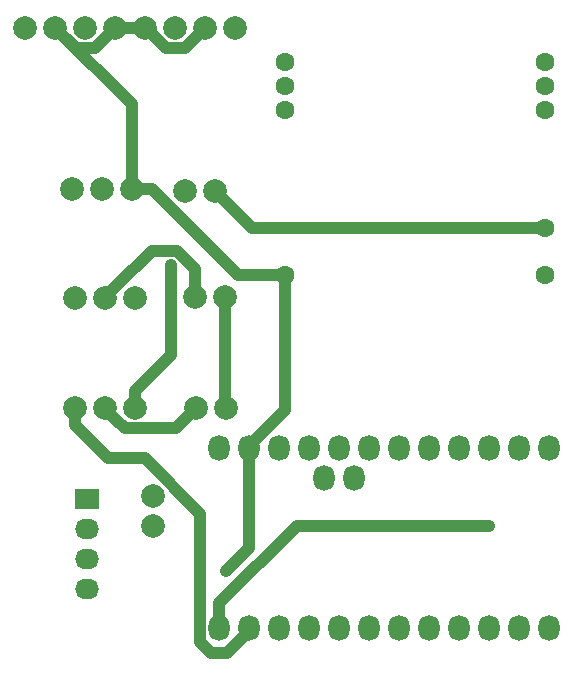
<source format=gbr>
G04 #@! TF.GenerationSoftware,KiCad,Pcbnew,(5.0.2)-1*
G04 #@! TF.CreationDate,2019-04-10T16:45:38+02:00*
G04 #@! TF.ProjectId,V2,56322e6b-6963-4616-945f-706362585858,rev?*
G04 #@! TF.SameCoordinates,Original*
G04 #@! TF.FileFunction,Copper,L2,Bot*
G04 #@! TF.FilePolarity,Positive*
%FSLAX46Y46*%
G04 Gerber Fmt 4.6, Leading zero omitted, Abs format (unit mm)*
G04 Created by KiCad (PCBNEW (5.0.2)-1) date 10/04/2019 16:45:38*
%MOMM*%
%LPD*%
G01*
G04 APERTURE LIST*
G04 #@! TA.AperFunction,ComponentPad*
%ADD10O,1.800000X2.199640*%
G04 #@! TD*
G04 #@! TA.AperFunction,ComponentPad*
%ADD11C,1.600000*%
G04 #@! TD*
G04 #@! TA.AperFunction,ComponentPad*
%ADD12C,2.000000*%
G04 #@! TD*
G04 #@! TA.AperFunction,ComponentPad*
%ADD13R,2.032000X1.727200*%
G04 #@! TD*
G04 #@! TA.AperFunction,ComponentPad*
%ADD14O,2.032000X1.727200*%
G04 #@! TD*
G04 #@! TA.AperFunction,ViaPad*
%ADD15C,1.000000*%
G04 #@! TD*
G04 #@! TA.AperFunction,Conductor*
%ADD16C,1.000000*%
G04 #@! TD*
G04 #@! TA.AperFunction,Conductor*
%ADD17C,0.250000*%
G04 #@! TD*
G04 APERTURE END LIST*
D10*
G04 #@! TO.P,ARDUINO,12*
G04 #@! TO.N,RX_XBEE*
X130302000Y-94132400D03*
G04 #@! TO.P,ARDUINO,11*
G04 #@! TO.N,RX_ARDUINO*
X132842000Y-94132400D03*
G04 #@! TO.P,ARDUINO,10*
G04 #@! TO.N,Net-(U2-Pad10)*
X135382000Y-94132400D03*
G04 #@! TO.P,ARDUINO,9*
G04 #@! TO.N,Net-(U2-Pad9)*
X137922000Y-94132400D03*
G04 #@! TO.P,ARDUINO,8*
G04 #@! TO.N,Net-(U2-Pad8)*
X140462000Y-94132400D03*
G04 #@! TO.P,ARDUINO,7*
G04 #@! TO.N,Net-(U2-Pad7)*
X143002000Y-94132400D03*
G04 #@! TO.P,ARDUINO,6*
G04 #@! TO.N,Net-(U2-Pad6)*
X145542000Y-94132400D03*
G04 #@! TO.P,ARDUINO,5*
G04 #@! TO.N,SENS_DATA*
X148082000Y-94132400D03*
G04 #@! TO.P,ARDUINO,4*
G04 #@! TO.N,Net-(U2-Pad4)*
X150622000Y-94132400D03*
G04 #@! TO.P,ARDUINO,3*
G04 #@! TO.N,Net-(U2-Pad3)*
X153162000Y-94132400D03*
G04 #@! TO.P,ARDUINO,2*
G04 #@! TO.N,Net-(U2-Pad2)*
X155702000Y-94132400D03*
G04 #@! TO.P,ARDUINO,1*
G04 #@! TO.N,Net-(U2-Pad1)*
X158242000Y-94132400D03*
G04 #@! TO.P,ARDUINO,24*
G04 #@! TO.N,Net-(U2-Pad24)*
X158242000Y-78892400D03*
G04 #@! TO.P,ARDUINO,23*
G04 #@! TO.N,Net-(U2-Pad23)*
X155702000Y-78892400D03*
G04 #@! TO.P,ARDUINO,22*
G04 #@! TO.N,Net-(U2-Pad22)*
X153162000Y-78892400D03*
G04 #@! TO.P,ARDUINO,21*
G04 #@! TO.N,Net-(U2-Pad21)*
X150622000Y-78892400D03*
G04 #@! TO.P,ARDUINO,20*
G04 #@! TO.N,Net-(U2-Pad20)*
X148082000Y-78892400D03*
G04 #@! TO.P,ARDUINO,19*
G04 #@! TO.N,Net-(U2-Pad19)*
X145542000Y-78892400D03*
G04 #@! TO.P,ARDUINO,18*
G04 #@! TO.N,Net-(U2-Pad18)*
X143002000Y-78892400D03*
G04 #@! TO.P,ARDUINO,17*
G04 #@! TO.N,Net-(U2-Pad17)*
X140462000Y-78892400D03*
G04 #@! TO.P,ARDUINO,16*
G04 #@! TO.N,3.7V_OUT-T*
X137922000Y-78892400D03*
G04 #@! TO.P,ARDUINO,15*
G04 #@! TO.N,Net-(U2-Pad15)*
X135382000Y-78892400D03*
G04 #@! TO.P,ARDUINO,14*
G04 #@! TO.N,GND*
X132842000Y-78892400D03*
G04 #@! TO.P,ARDUINO,13*
G04 #@! TO.N,Net-(U2-Pad13)*
X130302000Y-78892400D03*
G04 #@! TO.P,ARDUINO,25*
G04 #@! TO.N,Net-(U2-Pad25)*
X141732000Y-81432400D03*
G04 #@! TO.P,ARDUINO,26*
G04 #@! TO.N,Net-(U2-Pad26)*
X139192000Y-81432400D03*
G04 #@! TD*
D11*
G04 #@! TO.P,XBEE,1*
G04 #@! TO.N,3.7V*
X135890000Y-46228000D03*
G04 #@! TO.P,XBEE,2*
G04 #@! TO.N,TX_XBEE*
X135890000Y-48228000D03*
G04 #@! TO.P,XBEE,3*
G04 #@! TO.N,RX_XBEE*
X135890000Y-50228000D03*
G04 #@! TO.P,XBEE,4*
G04 #@! TO.N,GND*
X135890000Y-64228000D03*
G04 #@! TO.P,XBEE,5*
G04 #@! TO.N,Net-(U4-Pad5)*
X157890000Y-46228000D03*
G04 #@! TO.P,XBEE,6*
G04 #@! TO.N,Net-(U4-Pad6)*
X157890000Y-48228000D03*
G04 #@! TO.P,XBEE,7*
G04 #@! TO.N,Net-(U4-Pad7)*
X157890000Y-50228000D03*
G04 #@! TO.P,XBEE,8*
G04 #@! TO.N,PINOUT_TRANSISTOR*
X157890000Y-60228000D03*
G04 #@! TO.P,XBEE,9*
G04 #@! TO.N,Net-(U4-Pad9)*
X157890000Y-64228000D03*
G04 #@! TD*
D12*
G04 #@! TO.P,BATERIA,1*
G04 #@! TO.N,3.7V*
X113893600Y-43281600D03*
G04 #@! TO.P,BATERIA,2*
G04 #@! TO.N,GND*
X116433600Y-43281600D03*
G04 #@! TO.P,BATERIA,3*
G04 #@! TO.N,3.7V*
X118973600Y-43281600D03*
G04 #@! TO.P,BATERIA,4*
G04 #@! TO.N,GND*
X121513600Y-43281600D03*
G04 #@! TO.P,BATERIA,5*
X124053600Y-43281600D03*
G04 #@! TO.P,BATERIA,6*
G04 #@! TO.N,3.7V*
X126593600Y-43281600D03*
G04 #@! TO.P,BATERIA,7*
G04 #@! TO.N,GND*
X129133600Y-43281600D03*
G04 #@! TO.P,BATERIA,8*
G04 #@! TO.N,3.7V*
X131673600Y-43281600D03*
G04 #@! TD*
G04 #@! TO.P,2N,3*
G04 #@! TO.N,3.7V_OUT-T*
X123139200Y-66141600D03*
G04 #@! TO.P,2N,2*
G04 #@! TO.N,Net-(U10-Pad2)*
X120599200Y-66141600D03*
G04 #@! TO.P,2N,1*
G04 #@! TO.N,3.7V*
X118059200Y-66141600D03*
G04 #@! TD*
D13*
G04 #@! TO.P,DHT,1*
G04 #@! TO.N,3.7V*
X119075200Y-83159600D03*
D14*
G04 #@! TO.P,DHT,2*
G04 #@! TO.N,SENS_DATA*
X119075200Y-85699600D03*
G04 #@! TO.P,DHT,3*
G04 #@! TO.N,Net-(TH1-Pad3)*
X119075200Y-88239600D03*
G04 #@! TO.P,DHT,4*
G04 #@! TO.N,GND*
X119075200Y-90779600D03*
G04 #@! TD*
D12*
G04 #@! TO.P,R100,1*
G04 #@! TO.N,Net-(U10-Pad2)*
X128270000Y-66090800D03*
G04 #@! TO.P,R100,2*
G04 #@! TO.N,Salida_2T*
X130810000Y-66090800D03*
G04 #@! TD*
G04 #@! TO.P,R1,1*
G04 #@! TO.N,Net-(U7-Pad1)*
X128320800Y-75488800D03*
G04 #@! TO.P,R1,2*
G04 #@! TO.N,Salida_2T*
X130860800Y-75488800D03*
G04 #@! TD*
G04 #@! TO.P,R100,2*
G04 #@! TO.N,PINOUT_TRANSISTOR*
X129981600Y-57099200D03*
G04 #@! TO.P,R100,1*
G04 #@! TO.N,Net-(U5-Pad1)*
X127441600Y-57099200D03*
G04 #@! TD*
G04 #@! TO.P, R10K,1*
G04 #@! TO.N,3.7V*
X124714000Y-82956400D03*
G04 #@! TO.P, R10K,2*
G04 #@! TO.N,SENS_DATA*
X124714000Y-85496400D03*
G04 #@! TD*
G04 #@! TO.P,BC,1*
G04 #@! TO.N,Salida_2T*
X117856000Y-56946800D03*
G04 #@! TO.P,BC,2*
G04 #@! TO.N,Net-(U5-Pad1)*
X120396000Y-56946800D03*
G04 #@! TO.P,BC,3*
G04 #@! TO.N,GND*
X122936000Y-56946800D03*
G04 #@! TD*
G04 #@! TO.P,2N,1*
G04 #@! TO.N,TX_XBEE*
X123139200Y-75488800D03*
G04 #@! TO.P,2N,2*
G04 #@! TO.N,Net-(U7-Pad1)*
X120599200Y-75488800D03*
G04 #@! TO.P,2N,3*
G04 #@! TO.N,RX_ARDUINO*
X118059200Y-75488800D03*
G04 #@! TD*
D15*
G04 #@! TO.N,GND*
X130911600Y-89281000D03*
G04 #@! TO.N,TX_XBEE*
X126240802Y-63356000D03*
G04 #@! TO.N,RX_XBEE*
X153136600Y-85471000D03*
G04 #@! TD*
D16*
G04 #@! TO.N,GND*
X120513601Y-44281599D02*
X121513600Y-43281600D01*
X119813599Y-44981601D02*
X120513601Y-44281599D01*
X118133601Y-44981601D02*
X119813599Y-44981601D01*
X116433600Y-43281600D02*
X118133601Y-44981601D01*
X121513600Y-43281600D02*
X124053600Y-43281600D01*
X125053599Y-44281599D02*
X124053600Y-43281600D01*
X125753601Y-44981601D02*
X125053599Y-44281599D01*
X127433599Y-44981601D02*
X125753601Y-44981601D01*
X129133600Y-43281600D02*
X127433599Y-44981601D01*
X122936000Y-49784000D02*
X122936000Y-56946800D01*
X116433600Y-43281600D02*
X122936000Y-49784000D01*
X132842000Y-78692580D02*
X132842000Y-78892400D01*
X135890000Y-75644580D02*
X132842000Y-78692580D01*
X135890000Y-64228000D02*
X135890000Y-75644580D01*
X135890000Y-64228000D02*
X131893600Y-64228000D01*
X124612400Y-56946800D02*
X122936000Y-56946800D01*
X131893600Y-64228000D02*
X124612400Y-56946800D01*
X132842000Y-78892400D02*
X132842000Y-87350600D01*
X132842000Y-87350600D02*
X130911600Y-89281000D01*
X130911600Y-89281000D02*
X130911600Y-89281000D01*
G04 #@! TO.N,TX_XBEE*
X126240802Y-64063106D02*
X126240802Y-63356000D01*
X126240802Y-70972985D02*
X126240802Y-64063106D01*
X123139200Y-74074587D02*
X126240802Y-70972985D01*
X123139200Y-75488800D02*
X123139200Y-74074587D01*
D17*
G04 #@! TO.N,RX_XBEE*
X130302000Y-93932580D02*
X130302000Y-94132400D01*
D16*
X130302000Y-92032580D02*
X136863580Y-85471000D01*
X130302000Y-94132400D02*
X130302000Y-92032580D01*
X136863580Y-85471000D02*
X153136600Y-85471000D01*
X153136600Y-85471000D02*
X153136600Y-85471000D01*
G04 #@! TO.N,PINOUT_TRANSISTOR*
X133110400Y-60228000D02*
X129981600Y-57099200D01*
X157890000Y-60228000D02*
X133110400Y-60228000D01*
G04 #@! TO.N,Net-(U7-Pad1)*
X121599199Y-76488799D02*
X120599200Y-75488800D01*
X122299201Y-77188801D02*
X121599199Y-76488799D01*
X126620799Y-77188801D02*
X122299201Y-77188801D01*
X128320800Y-75488800D02*
X126620799Y-77188801D01*
G04 #@! TO.N,RX_ARDUINO*
X118059200Y-76903013D02*
X120912187Y-79756000D01*
X118059200Y-75488800D02*
X118059200Y-76903013D01*
X128701990Y-84428388D02*
X128701990Y-95326390D01*
X120912187Y-79756000D02*
X124029602Y-79756000D01*
X124029602Y-79756000D02*
X128701990Y-84428388D01*
X132842000Y-94332220D02*
X132842000Y-94132400D01*
X130942000Y-96232220D02*
X132842000Y-94332220D01*
X129607820Y-96232220D02*
X130942000Y-96232220D01*
X128701990Y-95326390D02*
X129607820Y-96232220D01*
G04 #@! TO.N,Net-(U10-Pad2)*
X121599199Y-65141601D02*
X120599200Y-66141600D01*
X124584810Y-62155990D02*
X121599199Y-65141601D01*
X126737862Y-62155990D02*
X124584810Y-62155990D01*
X128270000Y-63688128D02*
X126737862Y-62155990D01*
X128270000Y-66090800D02*
X128270000Y-63688128D01*
G04 #@! TO.N,Salida_2T*
X130810000Y-75438000D02*
X130860800Y-75488800D01*
X130810000Y-66090800D02*
X130810000Y-75438000D01*
G04 #@! TD*
M02*

</source>
